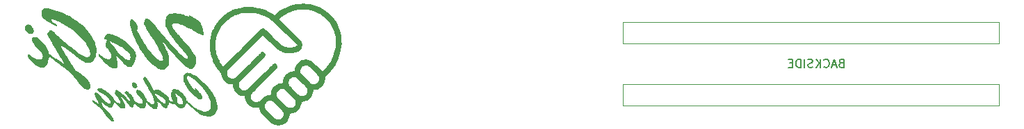
<source format=gbr>
%TF.GenerationSoftware,KiCad,Pcbnew,(6.0.6)*%
%TF.CreationDate,2022-07-11T13:14:15+02:00*%
%TF.ProjectId,ESP32_DevKit_C_v4-AZDelivery_Breadboard_Adapter,45535033-325f-4446-9576-4b69745f435f,2*%
%TF.SameCoordinates,Original*%
%TF.FileFunction,Legend,Bot*%
%TF.FilePolarity,Positive*%
%FSLAX46Y46*%
G04 Gerber Fmt 4.6, Leading zero omitted, Abs format (unit mm)*
G04 Created by KiCad (PCBNEW (6.0.6)) date 2022-07-11 13:14:15*
%MOMM*%
%LPD*%
G01*
G04 APERTURE LIST*
%ADD10C,0.150000*%
%ADD11C,0.120000*%
G04 APERTURE END LIST*
D10*
X217543809Y-103888571D02*
X217400952Y-103936190D01*
X217353333Y-103983809D01*
X217305714Y-104079047D01*
X217305714Y-104221904D01*
X217353333Y-104317142D01*
X217400952Y-104364761D01*
X217496190Y-104412380D01*
X217877142Y-104412380D01*
X217877142Y-103412380D01*
X217543809Y-103412380D01*
X217448571Y-103460000D01*
X217400952Y-103507619D01*
X217353333Y-103602857D01*
X217353333Y-103698095D01*
X217400952Y-103793333D01*
X217448571Y-103840952D01*
X217543809Y-103888571D01*
X217877142Y-103888571D01*
X216924761Y-104126666D02*
X216448571Y-104126666D01*
X217020000Y-104412380D02*
X216686666Y-103412380D01*
X216353333Y-104412380D01*
X215448571Y-104317142D02*
X215496190Y-104364761D01*
X215639047Y-104412380D01*
X215734285Y-104412380D01*
X215877142Y-104364761D01*
X215972380Y-104269523D01*
X216020000Y-104174285D01*
X216067619Y-103983809D01*
X216067619Y-103840952D01*
X216020000Y-103650476D01*
X215972380Y-103555238D01*
X215877142Y-103460000D01*
X215734285Y-103412380D01*
X215639047Y-103412380D01*
X215496190Y-103460000D01*
X215448571Y-103507619D01*
X215020000Y-104412380D02*
X215020000Y-103412380D01*
X214448571Y-104412380D02*
X214877142Y-103840952D01*
X214448571Y-103412380D02*
X215020000Y-103983809D01*
X214067619Y-104364761D02*
X213924761Y-104412380D01*
X213686666Y-104412380D01*
X213591428Y-104364761D01*
X213543809Y-104317142D01*
X213496190Y-104221904D01*
X213496190Y-104126666D01*
X213543809Y-104031428D01*
X213591428Y-103983809D01*
X213686666Y-103936190D01*
X213877142Y-103888571D01*
X213972380Y-103840952D01*
X214020000Y-103793333D01*
X214067619Y-103698095D01*
X214067619Y-103602857D01*
X214020000Y-103507619D01*
X213972380Y-103460000D01*
X213877142Y-103412380D01*
X213639047Y-103412380D01*
X213496190Y-103460000D01*
X213067619Y-104412380D02*
X213067619Y-103412380D01*
X212591428Y-104412380D02*
X212591428Y-103412380D01*
X212353333Y-103412380D01*
X212210476Y-103460000D01*
X212115238Y-103555238D01*
X212067619Y-103650476D01*
X212020000Y-103840952D01*
X212020000Y-103983809D01*
X212067619Y-104174285D01*
X212115238Y-104269523D01*
X212210476Y-104364761D01*
X212353333Y-104412380D01*
X212591428Y-104412380D01*
X211591428Y-103888571D02*
X211258095Y-103888571D01*
X211115238Y-104412380D02*
X211591428Y-104412380D01*
X211591428Y-103412380D01*
X211115238Y-103412380D01*
%TO.C,G\u002A\u002A\u002A*%
G36*
X120803510Y-97145914D02*
G01*
X121007240Y-97175554D01*
X121241100Y-97225189D01*
X121498595Y-97292858D01*
X121774280Y-97376706D01*
X122062709Y-97474879D01*
X122358436Y-97585523D01*
X122656016Y-97706785D01*
X122950002Y-97836809D01*
X123234950Y-97973742D01*
X123525075Y-98124585D01*
X123998925Y-98396864D01*
X124436370Y-98683512D01*
X124838965Y-98985821D01*
X125208268Y-99305082D01*
X125545836Y-99642587D01*
X125853226Y-99999629D01*
X126131995Y-100377500D01*
X126181987Y-100453943D01*
X126268523Y-100597590D01*
X126358813Y-100759033D01*
X126447513Y-100927977D01*
X126529280Y-101094124D01*
X126598769Y-101247177D01*
X126650636Y-101376840D01*
X126704677Y-101541598D01*
X126772771Y-101813585D01*
X126817184Y-102087776D01*
X126837083Y-102355988D01*
X126831633Y-102610036D01*
X126799998Y-102841735D01*
X126787539Y-102899696D01*
X126747101Y-103055333D01*
X126699027Y-103188206D01*
X126637825Y-103311893D01*
X126558005Y-103439970D01*
X126515800Y-103499257D01*
X126380833Y-103651238D01*
X126233389Y-103765442D01*
X126074787Y-103841356D01*
X125906345Y-103878466D01*
X125729383Y-103876258D01*
X125545219Y-103834221D01*
X125436425Y-103792419D01*
X125250615Y-103699398D01*
X125044871Y-103572615D01*
X124820090Y-103412640D01*
X124577168Y-103220041D01*
X124539876Y-103189753D01*
X124462060Y-103128232D01*
X124360516Y-103049217D01*
X124240523Y-102956771D01*
X124107364Y-102854958D01*
X123966318Y-102747840D01*
X123822667Y-102639483D01*
X123769462Y-102599414D01*
X123605286Y-102474932D01*
X123432787Y-102343054D01*
X123260175Y-102210117D01*
X123095664Y-102082463D01*
X122947465Y-101966430D01*
X122823791Y-101868359D01*
X122720186Y-101785447D01*
X122615422Y-101701625D01*
X122524398Y-101628813D01*
X122451636Y-101570630D01*
X122401659Y-101530691D01*
X122378988Y-101512614D01*
X122372030Y-101513097D01*
X122380325Y-101542729D01*
X122405644Y-101601249D01*
X122446086Y-101685120D01*
X122499750Y-101790803D01*
X122564734Y-101914762D01*
X122639136Y-102053457D01*
X122721055Y-102203353D01*
X122808589Y-102360910D01*
X122899837Y-102522591D01*
X122992898Y-102684859D01*
X123085869Y-102844175D01*
X123176849Y-102997002D01*
X123265130Y-103142626D01*
X123384133Y-103336138D01*
X123505771Y-103531104D01*
X123627870Y-103724228D01*
X123748259Y-103912217D01*
X123864765Y-104091775D01*
X123975216Y-104259607D01*
X124077441Y-104412419D01*
X124169267Y-104546916D01*
X124248521Y-104659804D01*
X124313033Y-104747787D01*
X124360629Y-104807570D01*
X124389138Y-104835859D01*
X124445529Y-104871500D01*
X124585186Y-104961659D01*
X124728815Y-105056675D01*
X124868687Y-105151286D01*
X124997074Y-105240230D01*
X125106247Y-105318247D01*
X125188478Y-105380073D01*
X125232425Y-105415121D01*
X125418120Y-105575437D01*
X125589674Y-105743146D01*
X125742655Y-105913059D01*
X125872631Y-106079984D01*
X125975170Y-106238731D01*
X126045839Y-106384110D01*
X126051563Y-106399249D01*
X126075945Y-106481929D01*
X126089211Y-106572851D01*
X126093895Y-106688053D01*
X126094089Y-106749619D01*
X126091472Y-106821093D01*
X126083140Y-106871541D01*
X126066663Y-106913035D01*
X126039611Y-106957644D01*
X126023139Y-106980216D01*
X125966184Y-107040351D01*
X125907107Y-107084148D01*
X125906147Y-107084668D01*
X125811159Y-107115253D01*
X125695609Y-107119800D01*
X125569615Y-107098978D01*
X125443293Y-107053458D01*
X125436135Y-107049988D01*
X125352844Y-106997127D01*
X125248866Y-106912269D01*
X125125839Y-106797239D01*
X124985405Y-106653862D01*
X124829201Y-106483964D01*
X124658867Y-106289370D01*
X124476042Y-106071904D01*
X124282366Y-105833393D01*
X124079478Y-105575661D01*
X123869016Y-105300534D01*
X123818191Y-105233984D01*
X123727489Y-105119689D01*
X123649349Y-105027296D01*
X123587185Y-104960768D01*
X123544417Y-104924069D01*
X123497604Y-104893764D01*
X123321622Y-104775630D01*
X123121255Y-104635629D01*
X122901445Y-104477499D01*
X122667139Y-104304979D01*
X122423279Y-104121806D01*
X122174811Y-103931720D01*
X121926679Y-103738458D01*
X121683828Y-103545759D01*
X121451201Y-103357361D01*
X121233743Y-103177003D01*
X121080853Y-103048442D01*
X121064941Y-103175611D01*
X121025612Y-103421346D01*
X120967784Y-103661125D01*
X120894978Y-103873023D01*
X120808384Y-104054146D01*
X120709190Y-104201594D01*
X120598583Y-104312472D01*
X120597853Y-104313048D01*
X120505056Y-104377225D01*
X120414297Y-104417300D01*
X120311829Y-104437580D01*
X120183903Y-104442373D01*
X120091979Y-104437655D01*
X119999519Y-104421838D01*
X119906038Y-104391538D01*
X119801101Y-104343302D01*
X119674272Y-104273675D01*
X119522779Y-104176176D01*
X119339125Y-104035515D01*
X119147095Y-103867037D01*
X118951708Y-103675434D01*
X118757980Y-103465399D01*
X118570929Y-103241625D01*
X118441334Y-103078543D01*
X118441150Y-102889980D01*
X118441489Y-102844487D01*
X118443959Y-102770984D01*
X118448307Y-102720304D01*
X118453925Y-102701417D01*
X118472445Y-102712365D01*
X118516361Y-102744204D01*
X118578693Y-102791897D01*
X118652681Y-102850376D01*
X118679175Y-102871552D01*
X118892132Y-103036203D01*
X119081886Y-103171656D01*
X119251522Y-103279396D01*
X119404123Y-103360911D01*
X119542772Y-103417688D01*
X119670554Y-103451212D01*
X119790553Y-103462969D01*
X119905851Y-103454448D01*
X119912879Y-103453299D01*
X120010649Y-103428505D01*
X120094206Y-103385429D01*
X120180627Y-103315431D01*
X120196709Y-103300005D01*
X120258011Y-103221218D01*
X120291166Y-103130574D01*
X120301118Y-103015774D01*
X120301026Y-103003427D01*
X120295716Y-102929481D01*
X120280392Y-102858101D01*
X120252481Y-102785599D01*
X120209409Y-102708285D01*
X120148604Y-102622470D01*
X120067493Y-102524467D01*
X119963503Y-102410587D01*
X119834060Y-102277140D01*
X119676592Y-102120437D01*
X119655962Y-102100014D01*
X119479226Y-101911592D01*
X119330096Y-101723637D01*
X119199163Y-101523233D01*
X119077015Y-101297463D01*
X119048818Y-101239877D01*
X119014105Y-101161975D01*
X118993730Y-101100440D01*
X118984076Y-101043178D01*
X118981528Y-100978091D01*
X118981815Y-100942591D01*
X118987089Y-100878306D01*
X119001900Y-100834705D01*
X119030039Y-100797684D01*
X119108703Y-100740255D01*
X119213592Y-100710456D01*
X119346308Y-100708574D01*
X119388503Y-100713127D01*
X119560996Y-100755621D01*
X119736362Y-100836905D01*
X119914933Y-100957262D01*
X120097039Y-101116972D01*
X120283009Y-101316319D01*
X120473175Y-101555582D01*
X120667866Y-101835044D01*
X120771666Y-101998458D01*
X120858590Y-102150043D01*
X120925420Y-102287007D01*
X120976005Y-102417282D01*
X121014194Y-102548803D01*
X121057281Y-102723332D01*
X121262727Y-102871213D01*
X121366641Y-102945937D01*
X121515376Y-103052496D01*
X121643402Y-103143563D01*
X121758304Y-103224468D01*
X121867667Y-103300537D01*
X121979076Y-103377101D01*
X122100115Y-103459487D01*
X122199123Y-103526015D01*
X122337162Y-103616995D01*
X122474686Y-103705840D01*
X122605070Y-103788369D01*
X122721691Y-103860400D01*
X122817924Y-103917752D01*
X122887145Y-103956246D01*
X122954232Y-103990937D01*
X122915515Y-103932252D01*
X122906105Y-103917885D01*
X122853935Y-103836115D01*
X122784532Y-103724885D01*
X122700674Y-103588805D01*
X122605134Y-103432486D01*
X122500691Y-103260542D01*
X122390118Y-103077583D01*
X122276192Y-102888220D01*
X122161690Y-102697065D01*
X122049386Y-102508730D01*
X121942056Y-102327826D01*
X121842477Y-102158964D01*
X121753424Y-102006757D01*
X121677673Y-101875815D01*
X121540832Y-101636764D01*
X121399662Y-101388274D01*
X121277494Y-101170721D01*
X121173236Y-100981956D01*
X121085798Y-100819827D01*
X121014089Y-100682185D01*
X120957017Y-100566877D01*
X120913493Y-100471754D01*
X120882424Y-100394666D01*
X120862721Y-100333460D01*
X120853292Y-100285988D01*
X120853047Y-100250098D01*
X120858321Y-100219940D01*
X120901851Y-100107318D01*
X120977040Y-100006459D01*
X121076685Y-99927745D01*
X121120139Y-99903345D01*
X121176151Y-99879863D01*
X121232586Y-99871765D01*
X121309376Y-99874487D01*
X121358508Y-99879773D01*
X121457643Y-99905149D01*
X121550193Y-99953255D01*
X121644083Y-100028838D01*
X121747241Y-100136643D01*
X121800854Y-100197271D01*
X121891042Y-100297474D01*
X121977993Y-100391112D01*
X122065198Y-100481412D01*
X122156146Y-100571597D01*
X122254326Y-100664893D01*
X122363229Y-100764525D01*
X122486344Y-100873719D01*
X122627161Y-100995698D01*
X122789171Y-101133689D01*
X122975862Y-101290915D01*
X123190725Y-101470603D01*
X123251239Y-101521045D01*
X123570964Y-101785670D01*
X123862787Y-102023569D01*
X124128308Y-102235684D01*
X124369125Y-102422955D01*
X124586838Y-102586327D01*
X124783044Y-102726741D01*
X124959343Y-102845139D01*
X125117334Y-102942463D01*
X125258614Y-103019655D01*
X125384784Y-103077658D01*
X125497441Y-103117414D01*
X125598185Y-103139864D01*
X125688614Y-103145952D01*
X125770327Y-103136619D01*
X125844922Y-103112808D01*
X125913999Y-103075460D01*
X125933987Y-103059078D01*
X125978258Y-103009253D01*
X126020011Y-102948244D01*
X126045752Y-102900496D01*
X126064069Y-102848497D01*
X126071848Y-102787382D01*
X126072431Y-102701417D01*
X126071983Y-102686339D01*
X126051561Y-102531855D01*
X126003098Y-102354389D01*
X125928474Y-102157997D01*
X125829569Y-101946732D01*
X125708263Y-101724651D01*
X125566438Y-101495808D01*
X125405973Y-101264258D01*
X125344646Y-101181995D01*
X125065867Y-100842746D01*
X124752266Y-100510520D01*
X124408556Y-100188691D01*
X124039453Y-99880631D01*
X123649671Y-99589711D01*
X123243925Y-99319304D01*
X122826929Y-99072783D01*
X122403398Y-98853518D01*
X121978047Y-98664884D01*
X121555590Y-98510250D01*
X121549426Y-98508250D01*
X121457831Y-98479825D01*
X121381273Y-98458393D01*
X121327604Y-98446006D01*
X121304676Y-98444715D01*
X121301178Y-98462240D01*
X121314483Y-98508596D01*
X121345069Y-98572828D01*
X121388717Y-98646402D01*
X121441207Y-98720785D01*
X121468497Y-98753126D01*
X121535420Y-98821817D01*
X121616716Y-98896501D01*
X121700459Y-98965901D01*
X121793276Y-99039351D01*
X121913705Y-99140167D01*
X122000085Y-99220777D01*
X122052126Y-99280900D01*
X122069537Y-99320258D01*
X122066649Y-99340893D01*
X122053212Y-99353114D01*
X122023975Y-99352075D01*
X121973731Y-99336614D01*
X121897271Y-99305570D01*
X121789391Y-99257783D01*
X121650351Y-99192596D01*
X121447415Y-99089956D01*
X121241391Y-98978005D01*
X121040501Y-98861550D01*
X120852965Y-98745400D01*
X120687004Y-98634365D01*
X120550837Y-98533252D01*
X120545645Y-98529100D01*
X120392168Y-98393391D01*
X120276574Y-98260907D01*
X120196792Y-98127192D01*
X120150751Y-97987789D01*
X120136382Y-97838243D01*
X120151612Y-97674098D01*
X120159210Y-97633433D01*
X120207941Y-97468897D01*
X120279991Y-97337790D01*
X120375465Y-97240025D01*
X120494471Y-97175515D01*
X120637117Y-97144174D01*
X120803510Y-97145914D01*
G37*
G36*
X137727111Y-108939999D02*
G01*
X137671045Y-109054321D01*
X137605528Y-109161003D01*
X137538016Y-109245615D01*
X137465287Y-109314020D01*
X137371006Y-109375676D01*
X137268259Y-109408606D01*
X137144417Y-109418351D01*
X137104219Y-109417384D01*
X137002603Y-109403835D01*
X136906492Y-109371390D01*
X136808786Y-109316340D01*
X136702384Y-109234976D01*
X136580185Y-109123587D01*
X136394431Y-108944602D01*
X136253417Y-108931496D01*
X136181702Y-108923283D01*
X136096624Y-108905670D01*
X136021212Y-108876282D01*
X135942443Y-108829629D01*
X135847298Y-108760220D01*
X135712137Y-108656511D01*
X135690189Y-108749054D01*
X135677394Y-108803001D01*
X135644138Y-108919353D01*
X135593040Y-109051119D01*
X135532566Y-109171747D01*
X135466428Y-109275520D01*
X135398339Y-109356722D01*
X135332012Y-109409635D01*
X135271159Y-109428543D01*
X135269779Y-109428510D01*
X135228505Y-109415536D01*
X135168781Y-109383625D01*
X135103040Y-109339372D01*
X135079779Y-109320930D01*
X135014134Y-109263447D01*
X134929107Y-109184221D01*
X134830254Y-109088784D01*
X134723128Y-108982672D01*
X134613285Y-108871421D01*
X134506280Y-108760563D01*
X134407668Y-108655635D01*
X134323004Y-108562171D01*
X134290680Y-108525802D01*
X134250461Y-108482809D01*
X134229494Y-108466303D01*
X134223168Y-108473350D01*
X134226870Y-108501015D01*
X134251431Y-108648768D01*
X134270843Y-108823470D01*
X134279937Y-108991749D01*
X134278554Y-109145392D01*
X134266536Y-109276187D01*
X134243725Y-109375922D01*
X134220585Y-109431711D01*
X134167852Y-109503659D01*
X134095213Y-109543370D01*
X133996172Y-109555559D01*
X133972507Y-109555059D01*
X133885050Y-109543258D01*
X133797636Y-109513526D01*
X133705441Y-109462866D01*
X133603644Y-109388283D01*
X133487424Y-109286783D01*
X133351959Y-109155368D01*
X133277627Y-109079661D01*
X133190768Y-108988622D01*
X133114159Y-108905598D01*
X133054090Y-108837430D01*
X133016850Y-108790958D01*
X132947554Y-108693581D01*
X132911413Y-108872095D01*
X132887635Y-108971425D01*
X132839588Y-109114563D01*
X132780991Y-109238958D01*
X132715508Y-109337268D01*
X132646804Y-109402152D01*
X132615632Y-109420439D01*
X132502011Y-109458704D01*
X132375226Y-109465658D01*
X132246331Y-109440251D01*
X132187745Y-109416552D01*
X132070221Y-109350435D01*
X131939575Y-109257251D01*
X131801528Y-109141599D01*
X131661802Y-109008077D01*
X131526116Y-108861285D01*
X131432214Y-108753032D01*
X131407283Y-108881839D01*
X131393926Y-108940980D01*
X131359650Y-109051617D01*
X131317259Y-109153088D01*
X131271388Y-109234996D01*
X131226674Y-109286945D01*
X131219615Y-109292379D01*
X131179600Y-109317004D01*
X131140597Y-109326453D01*
X131099113Y-109318127D01*
X131051657Y-109289427D01*
X130994739Y-109237755D01*
X130924868Y-109160511D01*
X130838552Y-109055096D01*
X130732300Y-108918913D01*
X130718113Y-108900597D01*
X130616607Y-108774571D01*
X130504105Y-108642209D01*
X130385776Y-108508995D01*
X130266787Y-108380417D01*
X130152307Y-108261961D01*
X130047503Y-108159112D01*
X129957542Y-108077358D01*
X129887594Y-108022182D01*
X129787126Y-107953058D01*
X129839772Y-108043570D01*
X129915595Y-108174569D01*
X130020102Y-108358232D01*
X130105635Y-108513540D01*
X130173958Y-108644231D01*
X130226832Y-108754040D01*
X130266023Y-108846703D01*
X130293293Y-108925956D01*
X130310405Y-108995534D01*
X130319122Y-109059173D01*
X130319920Y-109069465D01*
X130318162Y-109210416D01*
X130290889Y-109322000D01*
X130238801Y-109403092D01*
X130162600Y-109452571D01*
X130062987Y-109469314D01*
X130018529Y-109466250D01*
X129940348Y-109446964D01*
X129853549Y-109408203D01*
X129755277Y-109347943D01*
X129642674Y-109264163D01*
X129512887Y-109154841D01*
X129363058Y-109017955D01*
X129190333Y-108851483D01*
X129003023Y-108667398D01*
X128990200Y-108726904D01*
X128954091Y-108862424D01*
X128889301Y-109026525D01*
X128808752Y-109165626D01*
X128716192Y-109272263D01*
X128714614Y-109273686D01*
X128657043Y-109319516D01*
X128606951Y-109341242D01*
X128546886Y-109346519D01*
X128502265Y-109343621D01*
X128391903Y-109316886D01*
X128267848Y-109261283D01*
X128128434Y-109175722D01*
X127971995Y-109059115D01*
X127796867Y-108910373D01*
X127601384Y-108728407D01*
X127308823Y-108446167D01*
X127411653Y-108677444D01*
X127447546Y-108757368D01*
X127507985Y-108889710D01*
X127571029Y-109025689D01*
X127627712Y-109145865D01*
X127740940Y-109383009D01*
X128005398Y-109603393D01*
X128048268Y-109639539D01*
X128153973Y-109731664D01*
X128258088Y-109826058D01*
X128350531Y-109913477D01*
X128421219Y-109984675D01*
X128493870Y-110066709D01*
X128586115Y-110181964D01*
X128677108Y-110306026D01*
X128760148Y-110429301D01*
X128828531Y-110542191D01*
X128875554Y-110635102D01*
X128889343Y-110669049D01*
X128924425Y-110779637D01*
X128942825Y-110881606D01*
X128944232Y-110967957D01*
X128928332Y-111031690D01*
X128894811Y-111065807D01*
X128888102Y-111068213D01*
X128817667Y-111070084D01*
X128727966Y-111037767D01*
X128620348Y-110972067D01*
X128496158Y-110873791D01*
X128356745Y-110743746D01*
X128254452Y-110637774D01*
X128105446Y-110466665D01*
X127956237Y-110274246D01*
X127802451Y-110054777D01*
X127639716Y-109802516D01*
X127630958Y-109788430D01*
X127589752Y-109721410D01*
X127555426Y-109665643D01*
X127524800Y-109618010D01*
X127494693Y-109575395D01*
X127461927Y-109534681D01*
X127423320Y-109492751D01*
X127375695Y-109446488D01*
X127315870Y-109392775D01*
X127240666Y-109328495D01*
X127146904Y-109250530D01*
X127031403Y-109155765D01*
X126890984Y-109041081D01*
X126722467Y-108903362D01*
X126391207Y-108632265D01*
X126391207Y-108520056D01*
X126391020Y-108503638D01*
X126390156Y-108468535D01*
X126391810Y-108443645D01*
X126399840Y-108430620D01*
X126418102Y-108431108D01*
X126450454Y-108446761D01*
X126500754Y-108479227D01*
X126572859Y-108530157D01*
X126670627Y-108601200D01*
X126797915Y-108694006D01*
X126822898Y-108712145D01*
X126921998Y-108783484D01*
X127008196Y-108844580D01*
X127076504Y-108891960D01*
X127121930Y-108922151D01*
X127139486Y-108931682D01*
X127135755Y-108918811D01*
X127117216Y-108874444D01*
X127085809Y-108804345D01*
X127044275Y-108714606D01*
X126995354Y-108611317D01*
X126990400Y-108600956D01*
X126879780Y-108363751D01*
X126790302Y-108159166D01*
X126721360Y-107985422D01*
X126672349Y-107840742D01*
X126642665Y-107723346D01*
X126631702Y-107631457D01*
X126638856Y-107563295D01*
X126639133Y-107562315D01*
X126674416Y-107493218D01*
X126728975Y-107457519D01*
X126799560Y-107454664D01*
X126882923Y-107484099D01*
X126975813Y-107545271D01*
X127074981Y-107637625D01*
X127112182Y-107678479D01*
X127175630Y-107750540D01*
X127253110Y-107840245D01*
X127338102Y-107940034D01*
X127424083Y-108042348D01*
X127528529Y-108163242D01*
X127669199Y-108314706D01*
X127812167Y-108457329D01*
X127950992Y-108584988D01*
X128079231Y-108691557D01*
X128190442Y-108770913D01*
X128248985Y-108805049D01*
X128352006Y-108846929D01*
X128436058Y-108853867D01*
X128500435Y-108825881D01*
X128544432Y-108762985D01*
X128557037Y-108724584D01*
X128562304Y-108640540D01*
X128539134Y-108543280D01*
X128486362Y-108426037D01*
X128410764Y-108302847D01*
X128276418Y-108138354D01*
X128107603Y-107977435D01*
X127907909Y-107823082D01*
X127680928Y-107678288D01*
X127430250Y-107546044D01*
X127319486Y-107489931D01*
X127171228Y-107400333D01*
X127063452Y-107313203D01*
X126996035Y-107228410D01*
X126968852Y-107145821D01*
X126981780Y-107065302D01*
X126985791Y-107056441D01*
X127034746Y-107000520D01*
X127111744Y-106969312D01*
X127213003Y-106962680D01*
X127334740Y-106980483D01*
X127473171Y-107022585D01*
X127624513Y-107088846D01*
X127744694Y-107151246D01*
X128004626Y-107303277D01*
X128241455Y-107466101D01*
X128452297Y-107637033D01*
X128634262Y-107813387D01*
X128784466Y-107992478D01*
X128900021Y-108171619D01*
X128978041Y-108348126D01*
X128978573Y-108349686D01*
X129000163Y-108390904D01*
X129040648Y-108438258D01*
X129105197Y-108496996D01*
X129198981Y-108572364D01*
X129316455Y-108659443D01*
X129431457Y-108735856D01*
X129530362Y-108791971D01*
X129608642Y-108825237D01*
X129661770Y-108833102D01*
X129698646Y-108813532D01*
X129733150Y-108772295D01*
X129743844Y-108747065D01*
X129749127Y-108669696D01*
X129724058Y-108570373D01*
X129668305Y-108448438D01*
X129581536Y-108303232D01*
X129463419Y-108134097D01*
X129313620Y-107940373D01*
X129312971Y-107939565D01*
X129230697Y-107836685D01*
X129170691Y-107759540D01*
X129129452Y-107702329D01*
X129103481Y-107659251D01*
X129089278Y-107624505D01*
X129083341Y-107592291D01*
X129082171Y-107556807D01*
X129082397Y-107540899D01*
X129103934Y-107385466D01*
X129157671Y-107232035D01*
X129171610Y-107205442D01*
X129203261Y-107173826D01*
X129251218Y-107165783D01*
X129283275Y-107168384D01*
X129349161Y-107187114D01*
X129430027Y-107226071D01*
X129530803Y-107287797D01*
X129656418Y-107374838D01*
X129671499Y-107385759D01*
X129876737Y-107546031D01*
X130087160Y-107730012D01*
X130290118Y-107926116D01*
X130472964Y-108122757D01*
X130479027Y-108129697D01*
X130593818Y-108259600D01*
X130695738Y-108372119D01*
X130782133Y-108464474D01*
X130850348Y-108533884D01*
X130897730Y-108577569D01*
X130921623Y-108592749D01*
X130937990Y-108580581D01*
X130960032Y-108544367D01*
X130967033Y-108506528D01*
X130950452Y-108431666D01*
X130902344Y-108332509D01*
X130822595Y-108208889D01*
X130711091Y-108060634D01*
X130567720Y-107887575D01*
X130392370Y-107689540D01*
X130384903Y-107681247D01*
X130318488Y-107595623D01*
X130286931Y-107524839D01*
X130289239Y-107464832D01*
X130324419Y-107411542D01*
X130350473Y-107390078D01*
X130431274Y-107357314D01*
X130528286Y-107353393D01*
X130632930Y-107377922D01*
X130736628Y-107430505D01*
X130789807Y-107472575D01*
X130871143Y-107553607D01*
X130961680Y-107657790D01*
X131056101Y-107777724D01*
X131149092Y-107906010D01*
X131235338Y-108035248D01*
X131309522Y-108158038D01*
X131366331Y-108266979D01*
X131400448Y-108354673D01*
X131406106Y-108374409D01*
X131422915Y-108423625D01*
X131444501Y-108462806D01*
X131477918Y-108500446D01*
X131530224Y-108545040D01*
X131608475Y-108605081D01*
X131721898Y-108686738D01*
X131873484Y-108780263D01*
X132007287Y-108841330D01*
X132126134Y-108870853D01*
X132232853Y-108869750D01*
X132330271Y-108838936D01*
X132384109Y-108805914D01*
X132448726Y-108732925D01*
X132479255Y-108642251D01*
X132474562Y-108538422D01*
X132433515Y-108425967D01*
X132421970Y-108408316D01*
X132382645Y-108359463D01*
X132323405Y-108292292D01*
X132250005Y-108213250D01*
X132168201Y-108128784D01*
X132081633Y-108038106D01*
X131918927Y-107845495D01*
X131791532Y-107660018D01*
X131701256Y-107484170D01*
X131688820Y-107448559D01*
X131674106Y-107373101D01*
X131673019Y-107303430D01*
X131686583Y-107255472D01*
X131731062Y-107215542D01*
X131807042Y-107190410D01*
X131901799Y-107187325D01*
X132006957Y-107206434D01*
X132114145Y-107247887D01*
X132147411Y-107266129D01*
X132257907Y-107345814D01*
X132374763Y-107454644D01*
X132492695Y-107585517D01*
X132606418Y-107731333D01*
X132710647Y-107884990D01*
X132800098Y-108039387D01*
X132869485Y-108187424D01*
X132913525Y-108321999D01*
X132922637Y-108356906D01*
X132937935Y-108396566D01*
X132961898Y-108434421D01*
X133000151Y-108477494D01*
X133058316Y-108532809D01*
X133142019Y-108607392D01*
X133208580Y-108665064D01*
X133347057Y-108778167D01*
X133465230Y-108864381D01*
X133561084Y-108922298D01*
X133632607Y-108950510D01*
X133637674Y-108951550D01*
X133718678Y-108948962D01*
X133788422Y-108913492D01*
X133835164Y-108850912D01*
X133839879Y-108838430D01*
X133856333Y-108754293D01*
X133860300Y-108644062D01*
X133852349Y-108518192D01*
X133833053Y-108387135D01*
X133802981Y-108261343D01*
X133790031Y-108221261D01*
X133749008Y-108114070D01*
X133692772Y-107983463D01*
X133625142Y-107837350D01*
X133549943Y-107683638D01*
X133522539Y-107630391D01*
X133975184Y-107630391D01*
X134003546Y-107724632D01*
X134011418Y-107749434D01*
X134038002Y-107817016D01*
X134073496Y-107883561D01*
X134121193Y-107952828D01*
X134184390Y-108028580D01*
X134266383Y-108114577D01*
X134370468Y-108214582D01*
X134499939Y-108332355D01*
X134658093Y-108471657D01*
X134673466Y-108485042D01*
X134766361Y-108565317D01*
X134858277Y-108643860D01*
X134939337Y-108712270D01*
X134999664Y-108762147D01*
X135017743Y-108776528D01*
X135099195Y-108831866D01*
X135162295Y-108854789D01*
X135211360Y-108846058D01*
X135250701Y-108806433D01*
X135263841Y-108783790D01*
X135273753Y-108749054D01*
X135272087Y-108701974D01*
X135259518Y-108628989D01*
X135255329Y-108608326D01*
X135211622Y-108445547D01*
X135156260Y-108318926D01*
X135089945Y-108230115D01*
X135077430Y-108218797D01*
X135014517Y-108171313D01*
X134923954Y-108111427D01*
X134812630Y-108042956D01*
X134687438Y-107969713D01*
X134555266Y-107895516D01*
X134423007Y-107824178D01*
X134297551Y-107759515D01*
X134185789Y-107705343D01*
X134094611Y-107665477D01*
X134030908Y-107643732D01*
X133975184Y-107630391D01*
X133522539Y-107630391D01*
X133470995Y-107530237D01*
X133392121Y-107385055D01*
X133317142Y-107256001D01*
X133232324Y-107116051D01*
X133113765Y-106920147D01*
X133013462Y-106753947D01*
X132929577Y-106614329D01*
X132860272Y-106498169D01*
X132803706Y-106402345D01*
X132758042Y-106323734D01*
X132721441Y-106259213D01*
X132692064Y-106205658D01*
X132668071Y-106159948D01*
X132647625Y-106118959D01*
X132605864Y-106026087D01*
X132564524Y-105901249D01*
X132552205Y-105799337D01*
X132568335Y-105717459D01*
X132574432Y-105704082D01*
X132620355Y-105639789D01*
X132680148Y-105593501D01*
X132740999Y-105575734D01*
X132750017Y-105576947D01*
X132795808Y-105601409D01*
X132856477Y-105653012D01*
X132926448Y-105726061D01*
X133000144Y-105814861D01*
X133071989Y-105913720D01*
X133125739Y-105997579D01*
X133193930Y-106110949D01*
X133272298Y-106246239D01*
X133356789Y-106396166D01*
X133443348Y-106553449D01*
X133527921Y-106710806D01*
X133606455Y-106860956D01*
X133674894Y-106996615D01*
X133817454Y-107286116D01*
X133897082Y-107217957D01*
X133922233Y-107198335D01*
X133992348Y-107155689D01*
X134057890Y-107129193D01*
X134060268Y-107128604D01*
X134159418Y-107122087D01*
X134281984Y-107142558D01*
X134423217Y-107187720D01*
X134578368Y-107255270D01*
X134742692Y-107342910D01*
X134911438Y-107448339D01*
X135079860Y-107569258D01*
X135243208Y-107703366D01*
X135284932Y-107740711D01*
X135432664Y-107887948D01*
X135546402Y-108030394D01*
X135630190Y-108173684D01*
X135688071Y-108323455D01*
X135700693Y-108358494D01*
X135740411Y-108420434D01*
X135807557Y-108478803D01*
X135858158Y-108514471D01*
X135958457Y-108575610D01*
X136036346Y-108606734D01*
X136094490Y-108608685D01*
X136135557Y-108582304D01*
X136142984Y-108570858D01*
X136145973Y-108543362D01*
X136131871Y-108500788D01*
X136098260Y-108433490D01*
X136085217Y-108407783D01*
X136046834Y-108322942D01*
X136005935Y-108222429D01*
X135969418Y-108122868D01*
X135964808Y-108109333D01*
X135933201Y-108008473D01*
X135914363Y-107924091D01*
X135905093Y-107837469D01*
X135902189Y-107729891D01*
X135901227Y-107578239D01*
X136387016Y-107578239D01*
X136505743Y-107815390D01*
X136535370Y-107875595D01*
X136600204Y-108019635D01*
X136644566Y-108143599D01*
X136670898Y-108256988D01*
X136681645Y-108369305D01*
X136679249Y-108490052D01*
X136677488Y-108517010D01*
X136671540Y-108599283D01*
X136665930Y-108665532D01*
X136661674Y-108703419D01*
X136663954Y-108721709D01*
X136686291Y-108751700D01*
X136735240Y-108791416D01*
X136815628Y-108845307D01*
X136848112Y-108865861D01*
X136921690Y-108909064D01*
X136979778Y-108935005D01*
X137035261Y-108948629D01*
X137101021Y-108954885D01*
X137171337Y-108954247D01*
X137267008Y-108933344D01*
X137334988Y-108889573D01*
X137371028Y-108824978D01*
X137373186Y-108792882D01*
X137367312Y-108724287D01*
X137353549Y-108635408D01*
X137334054Y-108536895D01*
X137310984Y-108439398D01*
X137286493Y-108353565D01*
X137262738Y-108290048D01*
X137258323Y-108281013D01*
X137202589Y-108198715D01*
X137114489Y-108103251D01*
X136998157Y-107998132D01*
X136857724Y-107886870D01*
X136697326Y-107772976D01*
X136521094Y-107659963D01*
X136387016Y-107578239D01*
X135901227Y-107578239D01*
X135900918Y-107529553D01*
X135967491Y-107469979D01*
X135984708Y-107455439D01*
X136031906Y-107423248D01*
X136066020Y-107410405D01*
X136081025Y-107408333D01*
X136090526Y-107395116D01*
X136077719Y-107369308D01*
X136055662Y-107325271D01*
X136037931Y-107265892D01*
X136049296Y-107200525D01*
X136092490Y-107145419D01*
X136162799Y-107103233D01*
X136255508Y-107076626D01*
X136365902Y-107068254D01*
X136489269Y-107080777D01*
X136509813Y-107084989D01*
X136633679Y-107122536D01*
X136771959Y-107181088D01*
X136911884Y-107254701D01*
X137040681Y-107337431D01*
X137046358Y-107341522D01*
X137188497Y-107457260D01*
X137327262Y-107593896D01*
X137457428Y-107744388D01*
X137573769Y-107901693D01*
X137671059Y-108058768D01*
X137744072Y-108208569D01*
X137787583Y-108344055D01*
X137788025Y-108346098D01*
X137800980Y-108392089D01*
X137821629Y-108434395D01*
X137855616Y-108480764D01*
X137908585Y-108538946D01*
X137986182Y-108616689D01*
X138094129Y-108720566D01*
X138333186Y-108936647D01*
X138573092Y-109135290D01*
X138808260Y-109312194D01*
X139033105Y-109463057D01*
X139242039Y-109583578D01*
X139284877Y-109605545D01*
X139521256Y-109711874D01*
X139741016Y-109785130D01*
X139942908Y-109825768D01*
X140125682Y-109834240D01*
X140288087Y-109811001D01*
X140428875Y-109756505D01*
X140546794Y-109671204D01*
X140640594Y-109555553D01*
X140709025Y-109410004D01*
X140750838Y-109235013D01*
X140764781Y-109031031D01*
X140763630Y-108971826D01*
X140747662Y-108798148D01*
X140711478Y-108619827D01*
X140653234Y-108430520D01*
X140571086Y-108223883D01*
X140463190Y-107993574D01*
X140378221Y-107832023D01*
X140220079Y-107565892D01*
X140037878Y-107293401D01*
X139836375Y-107020130D01*
X139620327Y-106751661D01*
X139394492Y-106493576D01*
X139163627Y-106251456D01*
X138932489Y-106030884D01*
X138705837Y-105837439D01*
X138488426Y-105676705D01*
X138350740Y-105589402D01*
X138212140Y-105516839D01*
X138097665Y-105476293D01*
X138006846Y-105467660D01*
X137939213Y-105490837D01*
X137894297Y-105545720D01*
X137879568Y-105588202D01*
X137873465Y-105691204D01*
X137897426Y-105817658D01*
X137950708Y-105965688D01*
X138032574Y-106133419D01*
X138142281Y-106318977D01*
X138279091Y-106520485D01*
X138298622Y-106547441D01*
X138387974Y-106665826D01*
X138479066Y-106779399D01*
X138568580Y-106884715D01*
X138653196Y-106978334D01*
X138729595Y-107056814D01*
X138794457Y-107116711D01*
X138844464Y-107154585D01*
X138876295Y-107166993D01*
X138886632Y-107150494D01*
X138878226Y-107126204D01*
X138856776Y-107084242D01*
X138841773Y-107052602D01*
X138828568Y-106999012D01*
X138832158Y-106957939D01*
X138852875Y-106941545D01*
X138865103Y-106946304D01*
X138905217Y-106974026D01*
X138964160Y-107021597D01*
X139035614Y-107083366D01*
X139113261Y-107153685D01*
X139190783Y-107226904D01*
X139261865Y-107297373D01*
X139320186Y-107359442D01*
X139333701Y-107374819D01*
X139394099Y-107446280D01*
X139463074Y-107530998D01*
X139528206Y-107613784D01*
X139559757Y-107655568D01*
X139657043Y-107799501D01*
X139720813Y-107924399D01*
X139751540Y-108032863D01*
X139749695Y-108127493D01*
X139715752Y-108210891D01*
X139650182Y-108285657D01*
X139631554Y-108301317D01*
X139559912Y-108346192D01*
X139486577Y-108363454D01*
X139405067Y-108352507D01*
X139308902Y-108312758D01*
X139191600Y-108243611D01*
X139113377Y-108190848D01*
X138905324Y-108031414D01*
X138691643Y-107842818D01*
X138478204Y-107631685D01*
X138270878Y-107404642D01*
X138075536Y-107168315D01*
X137898049Y-106929331D01*
X137744287Y-106694316D01*
X137620122Y-106469896D01*
X137580217Y-106387665D01*
X137513655Y-106237951D01*
X137466326Y-106107687D01*
X137435542Y-105987394D01*
X137418618Y-105867597D01*
X137412867Y-105738816D01*
X137413127Y-105688842D01*
X137425300Y-105534070D01*
X137457046Y-105406253D01*
X137511047Y-105297225D01*
X137589979Y-105198817D01*
X137675422Y-105129079D01*
X137781301Y-105083233D01*
X137906149Y-105066273D01*
X138053691Y-105077720D01*
X138227650Y-105117097D01*
X138330241Y-105149285D01*
X138576316Y-105250695D01*
X138833192Y-105388718D01*
X139098976Y-105562061D01*
X139371774Y-105769430D01*
X139649695Y-106009531D01*
X139930844Y-106281070D01*
X140207410Y-106574276D01*
X140491618Y-106904974D01*
X140746415Y-107234872D01*
X140970350Y-107561689D01*
X141161972Y-107883147D01*
X141319832Y-108196964D01*
X141442479Y-108500863D01*
X141528463Y-108792563D01*
X141542447Y-108857816D01*
X141570728Y-109073151D01*
X141574507Y-109291376D01*
X141554501Y-109503130D01*
X141511426Y-109699051D01*
X141445999Y-109869777D01*
X141345460Y-110036893D01*
X141217781Y-110178680D01*
X141065892Y-110288237D01*
X140889182Y-110365909D01*
X140687040Y-110412041D01*
X140458853Y-110426979D01*
X140413463Y-110426295D01*
X140192797Y-110406092D01*
X139970957Y-110357021D01*
X139745704Y-110277903D01*
X139514799Y-110167558D01*
X139276000Y-110024806D01*
X139027068Y-109848469D01*
X138765762Y-109637367D01*
X138489842Y-109390321D01*
X138395811Y-109301137D01*
X138282888Y-109191218D01*
X138173443Y-109082020D01*
X138076379Y-108982437D01*
X138000597Y-108901367D01*
X137983542Y-108882534D01*
X137916990Y-108810097D01*
X137861356Y-108751174D01*
X137822041Y-108711407D01*
X137804446Y-108696440D01*
X137800498Y-108699202D01*
X137788966Y-108729009D01*
X137777921Y-108781312D01*
X137775286Y-108792882D01*
X137766270Y-108832466D01*
X137727111Y-108939999D01*
G37*
G36*
X131600947Y-103392964D02*
G01*
X131544539Y-103575662D01*
X131504126Y-103681070D01*
X131428222Y-103843907D01*
X131342302Y-103993649D01*
X131249878Y-104125936D01*
X131154462Y-104236411D01*
X131059568Y-104320717D01*
X130968708Y-104374496D01*
X130885394Y-104393391D01*
X130877228Y-104393163D01*
X130796950Y-104375176D01*
X130696726Y-104331109D01*
X130583085Y-104264725D01*
X130462554Y-104179785D01*
X130341661Y-104080051D01*
X130328476Y-104068062D01*
X130267997Y-104009964D01*
X130185778Y-103927806D01*
X130086242Y-103826248D01*
X129973814Y-103709952D01*
X129852918Y-103583577D01*
X129727979Y-103451784D01*
X129603421Y-103319236D01*
X129483668Y-103190591D01*
X129373144Y-103070512D01*
X129276274Y-102963658D01*
X129197481Y-102874691D01*
X129195841Y-102872810D01*
X129176014Y-102851540D01*
X129165634Y-102846287D01*
X129165556Y-102861525D01*
X129176632Y-102901730D01*
X129199715Y-102971378D01*
X129235659Y-103074944D01*
X129279831Y-103207401D01*
X129349444Y-103452747D01*
X129397167Y-103678977D01*
X129423017Y-103883898D01*
X129427010Y-104065316D01*
X129409164Y-104221038D01*
X129369495Y-104348871D01*
X129308019Y-104446620D01*
X129224754Y-104512093D01*
X129123470Y-104545484D01*
X128994331Y-104547836D01*
X128846952Y-104514291D01*
X128681590Y-104445014D01*
X128498503Y-104340171D01*
X128297948Y-104199928D01*
X128080181Y-104024450D01*
X127845460Y-103813903D01*
X127594041Y-103568453D01*
X127326183Y-103288265D01*
X127104690Y-103049512D01*
X127104690Y-102885657D01*
X127104810Y-102861936D01*
X127106824Y-102790500D01*
X127110810Y-102740581D01*
X127116095Y-102721802D01*
X127128897Y-102729419D01*
X127167679Y-102758559D01*
X127225180Y-102804435D01*
X127294466Y-102861612D01*
X127446237Y-102984437D01*
X127623688Y-103114671D01*
X127792064Y-103221591D01*
X127959532Y-103310712D01*
X128029387Y-103343798D01*
X128104521Y-103375676D01*
X128164879Y-103394129D01*
X128222730Y-103402644D01*
X128290347Y-103404707D01*
X128388630Y-103396514D01*
X128488238Y-103361390D01*
X128560315Y-103297131D01*
X128606488Y-103202147D01*
X128628385Y-103074850D01*
X128629768Y-103054826D01*
X128633330Y-102978265D01*
X128631728Y-102909852D01*
X128622842Y-102845040D01*
X128604550Y-102779283D01*
X128574733Y-102708034D01*
X128531270Y-102626744D01*
X128472040Y-102530867D01*
X128394923Y-102415857D01*
X128297798Y-102277165D01*
X128178545Y-102110245D01*
X128152469Y-102073792D01*
X128062203Y-101943724D01*
X127995709Y-101836867D01*
X127951644Y-101746287D01*
X127928667Y-101665050D01*
X127925438Y-101586221D01*
X127940614Y-101502865D01*
X127972855Y-101408048D01*
X128020818Y-101294836D01*
X128046440Y-101236186D01*
X128058035Y-101208514D01*
X128462964Y-101208514D01*
X128481325Y-101239718D01*
X128522236Y-101297422D01*
X128564550Y-101355768D01*
X128802713Y-101679301D01*
X129022654Y-101969208D01*
X129225795Y-102227171D01*
X129413553Y-102454874D01*
X129587346Y-102653999D01*
X129748595Y-102826230D01*
X129898718Y-102973250D01*
X130039134Y-103096740D01*
X130074052Y-103125276D01*
X130205680Y-103228046D01*
X130334114Y-103321344D01*
X130452655Y-103400635D01*
X130554604Y-103461382D01*
X130633261Y-103499048D01*
X130674175Y-103513882D01*
X130744294Y-103532651D01*
X130795779Y-103532785D01*
X130840284Y-103515193D01*
X130857207Y-103502907D01*
X130902295Y-103443166D01*
X130937484Y-103356573D01*
X130960296Y-103253147D01*
X130968252Y-103142906D01*
X130958872Y-103035869D01*
X130939322Y-102952879D01*
X130883765Y-102808559D01*
X130799952Y-102666608D01*
X130685982Y-102525048D01*
X130539958Y-102381902D01*
X130359980Y-102235192D01*
X130144151Y-102082942D01*
X129890571Y-101923172D01*
X129857285Y-101903560D01*
X129769155Y-101853732D01*
X129658737Y-101793270D01*
X129531321Y-101724897D01*
X129392196Y-101651337D01*
X129246652Y-101575316D01*
X129099977Y-101499556D01*
X128957462Y-101426783D01*
X128824395Y-101359720D01*
X128706066Y-101301092D01*
X128607765Y-101253624D01*
X128534781Y-101220038D01*
X128492404Y-101203061D01*
X128486170Y-101201194D01*
X128465222Y-101197707D01*
X128462964Y-101208514D01*
X128058035Y-101208514D01*
X128078381Y-101159958D01*
X128100907Y-101102261D01*
X128110282Y-101072385D01*
X128104220Y-101058007D01*
X128067058Y-101029513D01*
X128002513Y-100998345D01*
X127976817Y-100987555D01*
X127880329Y-100936516D01*
X127821685Y-100880500D01*
X127798513Y-100813733D01*
X127808444Y-100730444D01*
X127849105Y-100624861D01*
X127878931Y-100564916D01*
X127957157Y-100443875D01*
X128043754Y-100360201D01*
X128141483Y-100311645D01*
X128253107Y-100295959D01*
X128290487Y-100297018D01*
X128432046Y-100314559D01*
X128601014Y-100352536D01*
X128792284Y-100409480D01*
X129000749Y-100483921D01*
X129221301Y-100574392D01*
X129599354Y-100757187D01*
X129994556Y-100988930D01*
X130381073Y-101258750D01*
X130760018Y-101567428D01*
X131132501Y-101915744D01*
X131264822Y-102050902D01*
X131379300Y-102177670D01*
X131468185Y-102291294D01*
X131534804Y-102398042D01*
X131582486Y-102504185D01*
X131614557Y-102615992D01*
X131634345Y-102739733D01*
X131645178Y-102881678D01*
X131647921Y-103049330D01*
X131640734Y-103142906D01*
X131634548Y-103223448D01*
X131600947Y-103392964D01*
G37*
G36*
X136562358Y-97793466D02*
G01*
X136717494Y-97804280D01*
X136850335Y-97821250D01*
X136937507Y-97838238D01*
X137076622Y-97870536D01*
X137235613Y-97911729D01*
X137404103Y-97958890D01*
X137571712Y-98009089D01*
X137728061Y-98059398D01*
X137862772Y-98106890D01*
X137915976Y-98126098D01*
X137990296Y-98150234D01*
X138044914Y-98164555D01*
X138070730Y-98166453D01*
X138071674Y-98165798D01*
X138088471Y-98137703D01*
X138103352Y-98089024D01*
X138103955Y-98086233D01*
X138116450Y-98036565D01*
X138126944Y-98007012D01*
X138128229Y-98005937D01*
X138154881Y-98011221D01*
X138210341Y-98034568D01*
X138289555Y-98073124D01*
X138387467Y-98124034D01*
X138499019Y-98184445D01*
X138619157Y-98251504D01*
X138742825Y-98322356D01*
X138864965Y-98394147D01*
X138980522Y-98464025D01*
X139084440Y-98529134D01*
X139171663Y-98586622D01*
X139237135Y-98633635D01*
X139356632Y-98735202D01*
X139477636Y-98865999D01*
X139562539Y-98996149D01*
X139567692Y-99006962D01*
X139592715Y-99071784D01*
X139623919Y-99166850D01*
X139659503Y-99285233D01*
X139697667Y-99420007D01*
X139736612Y-99564245D01*
X139774538Y-99711022D01*
X139809645Y-99853411D01*
X139840133Y-99984484D01*
X139864203Y-100097317D01*
X139880054Y-100184983D01*
X139885888Y-100240555D01*
X139883044Y-100281686D01*
X139860799Y-100359209D01*
X139821743Y-100419602D01*
X139772198Y-100451150D01*
X139755327Y-100453018D01*
X139721125Y-100448477D01*
X139673464Y-100434036D01*
X139609623Y-100408367D01*
X139526882Y-100370138D01*
X139422521Y-100318022D01*
X139293819Y-100250689D01*
X139138055Y-100166809D01*
X138952511Y-100065054D01*
X138734465Y-99944095D01*
X138603641Y-99871674D01*
X138353478Y-99735644D01*
X138111036Y-99606945D01*
X137880843Y-99487868D01*
X137667428Y-99380707D01*
X137475319Y-99287755D01*
X137309047Y-99211304D01*
X137173140Y-99153647D01*
X137162343Y-99149369D01*
X136958139Y-99077424D01*
X136768491Y-99027255D01*
X136595719Y-98998222D01*
X136442145Y-98989684D01*
X136310089Y-99001000D01*
X136201871Y-99031530D01*
X136119812Y-99080634D01*
X136066233Y-99147670D01*
X136043454Y-99231999D01*
X136053796Y-99332980D01*
X136099579Y-99449972D01*
X136102714Y-99456009D01*
X136177270Y-99582143D01*
X136282252Y-99733964D01*
X136417115Y-99910723D01*
X136581311Y-100111669D01*
X136617672Y-100154829D01*
X136667288Y-100213194D01*
X136719957Y-100274439D01*
X136778109Y-100341299D01*
X136844177Y-100416507D01*
X136920591Y-100502798D01*
X137009782Y-100602906D01*
X137114182Y-100719566D01*
X137236221Y-100855511D01*
X137378331Y-101013477D01*
X137542943Y-101196197D01*
X137732488Y-101406407D01*
X137758650Y-101435616D01*
X137850364Y-101540633D01*
X137942649Y-101649747D01*
X138026048Y-101751652D01*
X138091100Y-101835044D01*
X138099076Y-101845701D01*
X138190477Y-101969402D01*
X138287778Y-102103610D01*
X138387649Y-102243500D01*
X138486759Y-102384248D01*
X138581780Y-102521030D01*
X138669382Y-102649023D01*
X138746236Y-102763402D01*
X138809012Y-102859343D01*
X138854380Y-102932023D01*
X138879012Y-102976617D01*
X138897414Y-103020512D01*
X138946898Y-103188146D01*
X138976677Y-103377014D01*
X138986590Y-103575871D01*
X138976475Y-103773473D01*
X138946168Y-103958573D01*
X138895507Y-104119927D01*
X138831793Y-104248550D01*
X138745564Y-104375307D01*
X138648903Y-104477949D01*
X138547033Y-104551035D01*
X138445172Y-104589127D01*
X138443500Y-104589437D01*
X138336566Y-104593776D01*
X138217057Y-104569317D01*
X138083681Y-104515235D01*
X137935147Y-104430706D01*
X137770162Y-104314906D01*
X137587434Y-104167011D01*
X137385672Y-103986198D01*
X137163584Y-103771641D01*
X136978234Y-103584023D01*
X136769465Y-103365768D01*
X136550274Y-103129517D01*
X136318424Y-102872759D01*
X136071675Y-102592982D01*
X135807790Y-102287675D01*
X135524531Y-101954325D01*
X135219658Y-101590421D01*
X135203105Y-101570547D01*
X135106651Y-101454940D01*
X135018188Y-101349243D01*
X134941329Y-101257746D01*
X134879684Y-101184740D01*
X134836864Y-101134518D01*
X134816482Y-101111368D01*
X134814630Y-101112713D01*
X134825685Y-101141531D01*
X134852007Y-101199096D01*
X134891425Y-101280849D01*
X134941771Y-101382232D01*
X135000874Y-101498688D01*
X135065225Y-101625406D01*
X135227211Y-101956483D01*
X135365539Y-102258633D01*
X135479942Y-102531199D01*
X135570154Y-102773524D01*
X135635908Y-102984951D01*
X135676936Y-103164822D01*
X135681369Y-103192401D01*
X135694971Y-103315596D01*
X135703145Y-103457565D01*
X135705841Y-103606478D01*
X135703006Y-103750507D01*
X135694588Y-103877823D01*
X135680533Y-103976596D01*
X135667098Y-104028861D01*
X135635804Y-104118163D01*
X135600660Y-104192150D01*
X135553434Y-104264892D01*
X135446466Y-104395427D01*
X135321761Y-104514400D01*
X135189375Y-104612721D01*
X135059367Y-104681303D01*
X134971632Y-104706619D01*
X134831615Y-104715697D01*
X134682842Y-104693516D01*
X134534656Y-104640795D01*
X134429326Y-104588344D01*
X134185477Y-104444847D01*
X133934603Y-104268785D01*
X133681267Y-104064213D01*
X133430034Y-103835185D01*
X133185466Y-103585752D01*
X132952127Y-103319971D01*
X132734582Y-103041893D01*
X132586132Y-102833072D01*
X132358067Y-102485298D01*
X132135066Y-102113718D01*
X131920230Y-101724777D01*
X131716661Y-101324919D01*
X131527458Y-100920589D01*
X131355723Y-100518231D01*
X131204555Y-100124290D01*
X131077055Y-99745210D01*
X130976325Y-99387435D01*
X130960434Y-99322645D01*
X130925925Y-99165673D01*
X130905522Y-99037047D01*
X130899083Y-98929535D01*
X130906468Y-98835902D01*
X130927534Y-98748915D01*
X130962142Y-98661343D01*
X130992621Y-98599756D01*
X131048280Y-98516195D01*
X131105211Y-98472059D01*
X131166388Y-98466557D01*
X131234786Y-98498904D01*
X131313383Y-98568311D01*
X131324198Y-98579722D01*
X131394450Y-98660837D01*
X131477847Y-98766145D01*
X131567738Y-98886545D01*
X131657468Y-99012938D01*
X131740384Y-99136225D01*
X131809833Y-99247305D01*
X131829995Y-99282024D01*
X131869183Y-99360406D01*
X131889023Y-99429450D01*
X131890307Y-99500847D01*
X131873830Y-99586288D01*
X131840385Y-99697463D01*
X131785550Y-99865841D01*
X131894637Y-100075804D01*
X131940770Y-100164233D01*
X132182081Y-100614229D01*
X132415261Y-101027146D01*
X132641656Y-101405103D01*
X132862615Y-101750218D01*
X133079483Y-102064607D01*
X133293609Y-102350390D01*
X133506339Y-102609683D01*
X133546192Y-102655089D01*
X133647137Y-102764767D01*
X133761653Y-102883517D01*
X133882965Y-103004746D01*
X134004297Y-103121863D01*
X134118877Y-103228276D01*
X134219928Y-103317392D01*
X134300677Y-103382620D01*
X134339533Y-103410143D01*
X134418611Y-103460644D01*
X134507376Y-103512441D01*
X134597033Y-103560861D01*
X134678790Y-103601233D01*
X134743852Y-103628882D01*
X134783426Y-103639137D01*
X134790311Y-103637893D01*
X134826816Y-103618503D01*
X134872400Y-103583078D01*
X134885537Y-103570428D01*
X134927064Y-103508790D01*
X134946567Y-103430669D01*
X134943690Y-103332743D01*
X134918071Y-103211691D01*
X134869354Y-103064191D01*
X134797179Y-102886921D01*
X134747864Y-102775629D01*
X134638311Y-102541651D01*
X134515731Y-102296779D01*
X134378410Y-102037971D01*
X134224631Y-101762186D01*
X134052681Y-101466384D01*
X133860843Y-101147523D01*
X133647404Y-100802563D01*
X133410648Y-100428463D01*
X133322705Y-100290355D01*
X133145875Y-100009215D01*
X132992220Y-99759695D01*
X132861178Y-99540865D01*
X132752192Y-99351799D01*
X132664702Y-99191569D01*
X132664273Y-99190755D01*
X132621559Y-99107843D01*
X132595725Y-99050237D01*
X132583908Y-99007668D01*
X132583250Y-98969866D01*
X132590890Y-98926561D01*
X132593351Y-98916133D01*
X132620070Y-98833676D01*
X132661234Y-98733257D01*
X132710273Y-98628983D01*
X132760616Y-98534961D01*
X132805695Y-98465300D01*
X132857621Y-98407764D01*
X132914245Y-98376920D01*
X132979165Y-98379354D01*
X133062477Y-98413011D01*
X133073608Y-98418733D01*
X133225279Y-98510617D01*
X133388741Y-98632635D01*
X133557750Y-98779049D01*
X133726059Y-98944120D01*
X133887425Y-99122108D01*
X134035603Y-99307275D01*
X134074565Y-99359347D01*
X134262306Y-99606861D01*
X134449028Y-99846977D01*
X134638109Y-100083658D01*
X134832926Y-100320865D01*
X135036858Y-100562563D01*
X135253282Y-100812713D01*
X135485577Y-101075278D01*
X135737120Y-101354221D01*
X136011289Y-101653504D01*
X136311461Y-101977090D01*
X136334715Y-102002015D01*
X136561140Y-102243185D01*
X136763085Y-102455079D01*
X136942357Y-102639284D01*
X137100763Y-102797384D01*
X137240111Y-102930968D01*
X137362208Y-103041619D01*
X137468863Y-103130924D01*
X137561882Y-103200470D01*
X137643074Y-103251842D01*
X137714246Y-103286626D01*
X137777205Y-103306408D01*
X137833759Y-103312774D01*
X137884654Y-103309070D01*
X137933011Y-103292080D01*
X137961123Y-103260144D01*
X137968231Y-103211978D01*
X137953578Y-103146297D01*
X137916405Y-103061818D01*
X137855955Y-102957256D01*
X137771468Y-102831327D01*
X137662188Y-102682748D01*
X137527355Y-102510234D01*
X137366211Y-102312501D01*
X137177999Y-102088265D01*
X136961961Y-101836242D01*
X136889670Y-101752281D01*
X136814055Y-101663741D01*
X136749727Y-101587657D01*
X136701842Y-101530134D01*
X136675556Y-101497272D01*
X136670436Y-101490409D01*
X136637735Y-101446817D01*
X136587850Y-101380510D01*
X136526604Y-101299220D01*
X136459815Y-101210680D01*
X136400435Y-101131342D01*
X136281865Y-100969831D01*
X136154617Y-100793166D01*
X136024256Y-100609278D01*
X135896341Y-100426100D01*
X135776438Y-100251565D01*
X135670106Y-100093604D01*
X135582909Y-99960149D01*
X135477764Y-99788516D01*
X135388839Y-99622620D01*
X135323368Y-99468909D01*
X135278765Y-99318522D01*
X135252448Y-99162594D01*
X135241832Y-98992262D01*
X135244334Y-98798664D01*
X135260006Y-98578165D01*
X135290265Y-98388989D01*
X135337113Y-98232234D01*
X135402721Y-98104642D01*
X135489260Y-98002958D01*
X135598900Y-97923924D01*
X135733812Y-97864284D01*
X135896167Y-97820782D01*
X135947211Y-97811883D01*
X136077354Y-97798017D01*
X136230871Y-97790329D01*
X136396345Y-97788814D01*
X136562358Y-97793466D01*
G37*
G36*
X118609244Y-99153010D02*
G01*
X118648327Y-99166147D01*
X118761216Y-99227077D01*
X118870003Y-99316513D01*
X118970236Y-99427462D01*
X119057459Y-99552934D01*
X119127219Y-99685937D01*
X119175061Y-99819478D01*
X119196532Y-99946568D01*
X119187178Y-100060214D01*
X119186874Y-100061397D01*
X119157497Y-100121832D01*
X119105323Y-100188772D01*
X119042594Y-100248660D01*
X118981553Y-100287936D01*
X118920465Y-100306268D01*
X118815393Y-100315259D01*
X118706363Y-100304385D01*
X118611646Y-100274318D01*
X118610629Y-100273823D01*
X118530045Y-100220836D01*
X118441156Y-100140202D01*
X118352374Y-100041279D01*
X118272107Y-99933424D01*
X118208765Y-99825997D01*
X118173480Y-99751516D01*
X118149236Y-99683800D01*
X118137957Y-99618016D01*
X118135187Y-99536646D01*
X118137756Y-99460601D01*
X118150690Y-99382907D01*
X118177044Y-99319893D01*
X118193277Y-99293804D01*
X118272666Y-99211446D01*
X118373787Y-99158469D01*
X118488644Y-99137962D01*
X118609244Y-99153010D01*
G37*
G36*
X154670708Y-106066072D02*
G01*
X154629898Y-106241698D01*
X154562396Y-106405996D01*
X154465135Y-106569512D01*
X154459791Y-106577322D01*
X154319778Y-106749615D01*
X154156075Y-106897978D01*
X153974484Y-107019113D01*
X153780807Y-107109722D01*
X153580847Y-107166507D01*
X153380405Y-107186168D01*
X153263765Y-107186168D01*
X153260080Y-107230409D01*
X153249494Y-107357492D01*
X153249245Y-107360446D01*
X153209508Y-107594551D01*
X153132787Y-107814196D01*
X153021312Y-108016040D01*
X152877307Y-108196740D01*
X152703002Y-108352954D01*
X152500622Y-108481339D01*
X152365539Y-108541353D01*
X152215138Y-108589763D01*
X152065977Y-108621882D01*
X151933664Y-108633519D01*
X151817635Y-108633519D01*
X151812133Y-108704868D01*
X151805372Y-108792537D01*
X151802965Y-108820107D01*
X151761839Y-109046445D01*
X151685289Y-109262219D01*
X151576382Y-109461682D01*
X151438187Y-109639084D01*
X151273772Y-109788676D01*
X151203040Y-109838796D01*
X151028177Y-109938544D01*
X150843278Y-110014623D01*
X150658619Y-110063231D01*
X150484477Y-110080570D01*
X150370283Y-110080871D01*
X150364561Y-110152219D01*
X150357612Y-110238856D01*
X150354043Y-110277524D01*
X150309981Y-110515239D01*
X150230143Y-110734162D01*
X150115740Y-110932508D01*
X149967988Y-111108492D01*
X149788100Y-111260331D01*
X149577289Y-111386240D01*
X149558770Y-111395248D01*
X149461982Y-111437484D01*
X149363382Y-111474106D01*
X149281703Y-111498030D01*
X149167744Y-111515858D01*
X149010363Y-111523060D01*
X148845270Y-111515526D01*
X148687997Y-111494078D01*
X148554072Y-111459537D01*
X148482834Y-111433552D01*
X148416949Y-111406022D01*
X148354006Y-111374522D01*
X148290516Y-111336248D01*
X148222988Y-111288400D01*
X148147934Y-111228174D01*
X148061864Y-111152770D01*
X147961288Y-111059383D01*
X147842718Y-110945213D01*
X147702663Y-110807458D01*
X147537634Y-110643314D01*
X147492905Y-110598617D01*
X147319341Y-110423610D01*
X147170366Y-110270702D01*
X147047039Y-110141019D01*
X146950420Y-110035688D01*
X146881567Y-109955836D01*
X146841541Y-109902591D01*
X146827309Y-109879448D01*
X146768388Y-109767125D01*
X146714089Y-109639993D01*
X146670750Y-109514061D01*
X146644708Y-109405340D01*
X146632750Y-109331174D01*
X146546609Y-109351235D01*
X146540184Y-109352674D01*
X146441532Y-109365935D01*
X146319289Y-109370705D01*
X146188456Y-109367333D01*
X146064036Y-109356171D01*
X145961030Y-109337567D01*
X145930740Y-109329491D01*
X145711060Y-109247602D01*
X145569791Y-109165834D01*
X147336076Y-109165834D01*
X147355387Y-109323240D01*
X147413559Y-109479507D01*
X147434562Y-109509409D01*
X147483112Y-109566929D01*
X147555530Y-109647202D01*
X147649015Y-109747235D01*
X147760765Y-109864033D01*
X147887979Y-109994603D01*
X148027853Y-110135949D01*
X148065213Y-110173401D01*
X148211865Y-110319698D01*
X148333732Y-110439803D01*
X148433642Y-110536315D01*
X148514423Y-110611832D01*
X148578905Y-110668951D01*
X148629917Y-110710272D01*
X148670287Y-110738391D01*
X148702844Y-110755909D01*
X148716967Y-110761951D01*
X148870602Y-110804521D01*
X149028823Y-110810006D01*
X149184009Y-110779804D01*
X149328540Y-110715314D01*
X149454798Y-110617935D01*
X149491337Y-110579081D01*
X149575502Y-110454984D01*
X149624575Y-110314286D01*
X149640455Y-110152219D01*
X149640116Y-110104585D01*
X149637420Y-110046165D01*
X149629947Y-109992839D01*
X149615284Y-109941221D01*
X149591015Y-109887930D01*
X149554728Y-109829581D01*
X149504006Y-109762793D01*
X149436437Y-109684181D01*
X149349606Y-109590364D01*
X149241098Y-109477957D01*
X149108499Y-109343578D01*
X148949396Y-109183843D01*
X148859522Y-109093837D01*
X148716962Y-108951808D01*
X148597762Y-108834956D01*
X148498499Y-108740825D01*
X148415750Y-108666962D01*
X148346091Y-108610911D01*
X148286099Y-108570218D01*
X148232350Y-108542429D01*
X148181421Y-108525088D01*
X148129889Y-108515740D01*
X148074331Y-108511932D01*
X148011322Y-108511208D01*
X147940848Y-108513693D01*
X147796712Y-108539663D01*
X147669427Y-108597089D01*
X147548710Y-108689947D01*
X147502800Y-108736508D01*
X147410634Y-108867495D01*
X147354776Y-109012262D01*
X147336076Y-109165834D01*
X145569791Y-109165834D01*
X145508579Y-109130404D01*
X145329200Y-108981226D01*
X145292133Y-108943325D01*
X145143446Y-108758333D01*
X145030975Y-108555576D01*
X144953979Y-108333471D01*
X144911715Y-108090436D01*
X144897306Y-107944866D01*
X144741167Y-107930402D01*
X144707305Y-107926874D01*
X144472992Y-107879980D01*
X144253388Y-107796091D01*
X144051952Y-107676823D01*
X143872139Y-107523793D01*
X143737117Y-107368926D01*
X143616100Y-107179968D01*
X143533581Y-106982315D01*
X143525584Y-106954971D01*
X143505646Y-106873159D01*
X143487472Y-106781591D01*
X143472568Y-106690158D01*
X143462439Y-106608750D01*
X143458591Y-106547259D01*
X143462529Y-106515574D01*
X143462167Y-106512826D01*
X143437393Y-106503167D01*
X143383528Y-106493376D01*
X143309387Y-106485201D01*
X143257174Y-106479885D01*
X143026564Y-106432821D01*
X142808841Y-106349864D01*
X142609441Y-106233493D01*
X142433798Y-106086184D01*
X142404119Y-106055625D01*
X142260863Y-105877756D01*
X142149208Y-105683397D01*
X142072193Y-105478734D01*
X142032857Y-105269956D01*
X142030578Y-105247372D01*
X142017783Y-105171506D01*
X141995403Y-105115723D01*
X141967381Y-105077151D01*
X142742745Y-105077151D01*
X142744130Y-105198526D01*
X142761518Y-105303997D01*
X142793147Y-105386925D01*
X142868783Y-105508179D01*
X142970143Y-105615475D01*
X143088298Y-105698049D01*
X143120707Y-105715237D01*
X143182552Y-105744073D01*
X143237989Y-105760173D01*
X143302730Y-105767192D01*
X143392491Y-105768783D01*
X143458177Y-105767909D01*
X143538999Y-105761465D01*
X143603812Y-105746493D01*
X143667691Y-105720336D01*
X143684619Y-105710518D01*
X143714198Y-105688961D01*
X143754597Y-105655709D01*
X143807306Y-105609325D01*
X143873815Y-105548370D01*
X143955614Y-105471406D01*
X144054194Y-105376993D01*
X144171044Y-105263693D01*
X144307656Y-105130069D01*
X144465518Y-104974681D01*
X144646122Y-104796092D01*
X144850956Y-104592862D01*
X145081513Y-104363553D01*
X145339280Y-104106726D01*
X145366531Y-104079557D01*
X145612472Y-103834451D01*
X145831452Y-103616448D01*
X146025135Y-103423955D01*
X146195181Y-103255381D01*
X146343254Y-103109132D01*
X146471017Y-102983616D01*
X146580131Y-102877241D01*
X146672259Y-102788413D01*
X146749064Y-102715540D01*
X146812208Y-102657029D01*
X146863353Y-102611289D01*
X146904162Y-102576726D01*
X146936297Y-102551748D01*
X146961422Y-102534761D01*
X146981197Y-102524175D01*
X146997286Y-102518395D01*
X147088174Y-102505442D01*
X147200552Y-102521415D01*
X147299099Y-102572465D01*
X147376998Y-102656118D01*
X147423038Y-102751116D01*
X147441961Y-102863895D01*
X147424296Y-102972547D01*
X147423485Y-102974610D01*
X147410746Y-102995583D01*
X147384705Y-103028985D01*
X147344053Y-103076170D01*
X147287483Y-103138488D01*
X147213685Y-103217293D01*
X147121352Y-103313936D01*
X147009175Y-103429769D01*
X146875847Y-103566145D01*
X146720057Y-103724415D01*
X146540499Y-103905931D01*
X146335864Y-104112046D01*
X146104843Y-104344112D01*
X145846128Y-104603480D01*
X145772092Y-104677669D01*
X145489879Y-104960974D01*
X145236776Y-105215929D01*
X145012706Y-105442610D01*
X144817595Y-105641097D01*
X144651365Y-105811468D01*
X144513940Y-105953801D01*
X144405245Y-106068174D01*
X144325204Y-106154667D01*
X144273739Y-106213356D01*
X144250776Y-106244320D01*
X144197275Y-106387678D01*
X144178041Y-106541502D01*
X144194269Y-106693420D01*
X144243859Y-106837433D01*
X144324713Y-106967541D01*
X144434732Y-107077745D01*
X144571818Y-107162045D01*
X144583356Y-107167301D01*
X144661691Y-107196638D01*
X144740618Y-107211467D01*
X144839960Y-107215756D01*
X144849936Y-107215814D01*
X144889695Y-107216291D01*
X144925826Y-107215985D01*
X144960135Y-107213341D01*
X144994431Y-107206805D01*
X145030518Y-107194823D01*
X145070205Y-107175838D01*
X145115296Y-107148298D01*
X145167601Y-107110647D01*
X145228924Y-107061331D01*
X145301073Y-106998795D01*
X145385854Y-106921484D01*
X145485074Y-106827845D01*
X145600540Y-106716322D01*
X145734058Y-106585361D01*
X145887435Y-106433408D01*
X146062478Y-106258907D01*
X146260994Y-106060305D01*
X146484788Y-105836046D01*
X146735669Y-105584576D01*
X146916801Y-105403282D01*
X147119512Y-105200935D01*
X147313714Y-105007653D01*
X147497386Y-104825422D01*
X147668505Y-104656228D01*
X147825049Y-104502058D01*
X147964996Y-104364898D01*
X148086323Y-104246734D01*
X148187009Y-104149553D01*
X148265032Y-104075341D01*
X148318368Y-104026084D01*
X148344997Y-104003768D01*
X148450575Y-103955066D01*
X148557631Y-103941518D01*
X148658631Y-103960260D01*
X148747966Y-104007172D01*
X148820027Y-104078135D01*
X148869205Y-104169028D01*
X148889890Y-104275732D01*
X148876473Y-104394127D01*
X148875370Y-104398032D01*
X148868827Y-104414949D01*
X148857618Y-104435377D01*
X148840132Y-104461004D01*
X148814756Y-104493515D01*
X148779877Y-104534596D01*
X148733883Y-104585934D01*
X148675161Y-104649216D01*
X148602098Y-104726126D01*
X148513083Y-104818352D01*
X148406503Y-104927579D01*
X148280744Y-105055494D01*
X148134195Y-105203783D01*
X147965243Y-105374132D01*
X147772275Y-105568228D01*
X147553679Y-105787756D01*
X147307843Y-106034402D01*
X147100119Y-106242922D01*
X146898256Y-106445908D01*
X146705901Y-106639679D01*
X146524986Y-106822274D01*
X146357442Y-106991730D01*
X146205201Y-107146087D01*
X146070196Y-107283383D01*
X145954358Y-107401656D01*
X145859620Y-107498944D01*
X145787912Y-107573286D01*
X145741168Y-107622721D01*
X145721320Y-107645286D01*
X145701739Y-107679837D01*
X145670933Y-107750139D01*
X145644564Y-107826989D01*
X145640328Y-107842336D01*
X145620866Y-107992936D01*
X145638026Y-108143119D01*
X145688612Y-108286075D01*
X145769430Y-108414996D01*
X145877283Y-108523072D01*
X146008977Y-108603495D01*
X146142308Y-108647831D01*
X146298384Y-108663838D01*
X146450004Y-108642419D01*
X146503622Y-108625291D01*
X146633811Y-108562445D01*
X146762437Y-108468012D01*
X146895300Y-108338027D01*
X146976133Y-108253326D01*
X147150824Y-108094673D01*
X147324288Y-107972661D01*
X147500868Y-107884932D01*
X147684904Y-107829130D01*
X147880736Y-107802897D01*
X148057505Y-107792252D01*
X148062114Y-107736924D01*
X148783496Y-107736924D01*
X148806459Y-107890384D01*
X148867130Y-108040945D01*
X148872730Y-108050139D01*
X148909761Y-108098381D01*
X148971090Y-108169017D01*
X149052696Y-108258045D01*
X149150557Y-108361459D01*
X149260650Y-108475258D01*
X149378953Y-108595439D01*
X149501446Y-108717997D01*
X149624105Y-108838930D01*
X149742909Y-108954235D01*
X149853835Y-109059909D01*
X149952863Y-109151947D01*
X150035970Y-109226348D01*
X150099134Y-109279108D01*
X150138333Y-109306223D01*
X150197588Y-109328190D01*
X150296769Y-109349115D01*
X150407422Y-109360663D01*
X150513428Y-109361317D01*
X150598670Y-109349560D01*
X150706858Y-109309177D01*
X150838837Y-109225400D01*
X150950621Y-109113398D01*
X151034079Y-108980068D01*
X151049077Y-108946459D01*
X151072303Y-108877349D01*
X151083903Y-108802630D01*
X151087248Y-108704868D01*
X151086969Y-108653562D01*
X151084077Y-108595488D01*
X151076114Y-108542115D01*
X151060682Y-108490114D01*
X151035382Y-108436155D01*
X150997814Y-108376909D01*
X150945580Y-108309046D01*
X150876280Y-108229236D01*
X150787516Y-108134150D01*
X150676887Y-108020457D01*
X150541995Y-107884830D01*
X150380441Y-107723937D01*
X150368705Y-107712272D01*
X150221861Y-107566580D01*
X150100443Y-107446869D01*
X150001370Y-107350392D01*
X149921561Y-107274403D01*
X149857934Y-107216157D01*
X149807409Y-107172906D01*
X149766904Y-107141906D01*
X149733338Y-107120409D01*
X149703629Y-107105669D01*
X149674697Y-107094941D01*
X149595899Y-107075627D01*
X149447782Y-107065365D01*
X149297551Y-107083160D01*
X149161511Y-107127962D01*
X149032320Y-107207033D01*
X148922655Y-107315620D01*
X148843415Y-107443895D01*
X148796422Y-107586212D01*
X148783496Y-107736924D01*
X148062114Y-107736924D01*
X148071732Y-107621454D01*
X148082280Y-107535523D01*
X148123863Y-107351381D01*
X148187557Y-107170090D01*
X148267509Y-107009935D01*
X148314780Y-106940443D01*
X148404551Y-106832433D01*
X148509914Y-106724692D01*
X148619076Y-106629013D01*
X148720244Y-106557189D01*
X148774464Y-106525938D01*
X148983964Y-106429066D01*
X149192138Y-106370213D01*
X149395733Y-106350373D01*
X149502078Y-106350373D01*
X149502150Y-106349519D01*
X150234438Y-106349519D01*
X150270507Y-106513455D01*
X150270693Y-106514003D01*
X150282112Y-106543960D01*
X150297370Y-106574433D01*
X150319251Y-106608562D01*
X150350540Y-106649482D01*
X150394023Y-106700332D01*
X150452485Y-106764249D01*
X150528711Y-106844370D01*
X150625486Y-106943833D01*
X150745596Y-107065774D01*
X150891825Y-107213331D01*
X151045461Y-107367352D01*
X151189053Y-107509353D01*
X151308262Y-107624751D01*
X151404883Y-107715222D01*
X151480710Y-107782443D01*
X151537538Y-107828094D01*
X151577162Y-107853849D01*
X151592601Y-107861613D01*
X151662896Y-107889488D01*
X151740564Y-107905307D01*
X151842170Y-107912751D01*
X151877962Y-107913674D01*
X152014194Y-107905855D01*
X152128255Y-107875492D01*
X152232227Y-107818116D01*
X152338194Y-107729256D01*
X152354496Y-107713320D01*
X152434091Y-107618486D01*
X152487794Y-107514560D01*
X152523887Y-107386244D01*
X152534512Y-107321006D01*
X152536885Y-107230409D01*
X152522523Y-107132464D01*
X152490137Y-107012893D01*
X152482242Y-106990505D01*
X152468415Y-106961548D01*
X152447578Y-106928468D01*
X152416990Y-106888190D01*
X152373910Y-106837640D01*
X152315596Y-106773744D01*
X152239307Y-106693427D01*
X152142302Y-106593616D01*
X152021840Y-106471235D01*
X151875179Y-106323210D01*
X151740895Y-106188076D01*
X151603223Y-106050503D01*
X151488006Y-105937508D01*
X151391866Y-105846669D01*
X151311427Y-105775566D01*
X151243316Y-105721777D01*
X151184154Y-105682882D01*
X151130567Y-105656461D01*
X151079179Y-105640091D01*
X151026614Y-105631353D01*
X150969496Y-105627826D01*
X150904449Y-105627089D01*
X150896942Y-105627079D01*
X150801827Y-105629048D01*
X150731830Y-105636778D01*
X150672370Y-105652880D01*
X150608863Y-105679960D01*
X150578490Y-105695286D01*
X150446566Y-105787307D01*
X150344157Y-105903771D01*
X150273304Y-106039647D01*
X150236051Y-106189906D01*
X150234438Y-106349519D01*
X149502150Y-106349519D01*
X149515019Y-106197284D01*
X149530995Y-106056404D01*
X149556117Y-105934289D01*
X149594829Y-105817407D01*
X149651945Y-105687853D01*
X149762772Y-105495577D01*
X149909095Y-105318239D01*
X150085531Y-105168125D01*
X150292892Y-105044419D01*
X150309204Y-105036463D01*
X150488964Y-104965335D01*
X150673508Y-104919750D01*
X150848390Y-104903376D01*
X150955412Y-104903022D01*
X150955412Y-104831673D01*
X151679756Y-104831673D01*
X151680033Y-104882945D01*
X151682923Y-104941034D01*
X151690882Y-104994415D01*
X151706309Y-105046417D01*
X151731604Y-105100372D01*
X151769167Y-105159607D01*
X151821399Y-105227454D01*
X151890697Y-105307243D01*
X151979463Y-105402301D01*
X152090096Y-105515961D01*
X152224996Y-105651551D01*
X152386563Y-105812400D01*
X152481035Y-105906169D01*
X152615224Y-106038746D01*
X152725595Y-106146673D01*
X152815159Y-106232657D01*
X152886927Y-106299403D01*
X152943909Y-106349616D01*
X152989117Y-106386002D01*
X153025562Y-106411265D01*
X153056254Y-106428111D01*
X153084204Y-106439246D01*
X153152824Y-106457867D01*
X153305609Y-106474038D01*
X153457854Y-106459385D01*
X153595755Y-106414573D01*
X153688272Y-106361725D01*
X153806891Y-106259137D01*
X153896689Y-106135089D01*
X153955441Y-105995505D01*
X153980922Y-105846309D01*
X153970907Y-105693426D01*
X153923172Y-105542778D01*
X153920681Y-105537414D01*
X153902462Y-105503045D01*
X153877704Y-105465142D01*
X153843575Y-105420589D01*
X153797243Y-105366272D01*
X153735875Y-105299074D01*
X153656639Y-105215882D01*
X153556702Y-105113580D01*
X153433231Y-104989053D01*
X153283395Y-104839186D01*
X153256078Y-104811939D01*
X153114008Y-104670508D01*
X152996905Y-104554702D01*
X152901577Y-104461686D01*
X152824835Y-104388625D01*
X152763489Y-104332683D01*
X152714348Y-104291025D01*
X152674223Y-104260816D01*
X152639923Y-104239222D01*
X152608258Y-104223406D01*
X152576038Y-104210533D01*
X152514754Y-104191292D01*
X152358599Y-104169730D01*
X152204421Y-104184465D01*
X152058490Y-104232933D01*
X151927076Y-104312573D01*
X151816450Y-104420821D01*
X151732882Y-104555116D01*
X151718709Y-104587180D01*
X151695035Y-104657639D01*
X151683181Y-104733253D01*
X151679756Y-104831673D01*
X150955412Y-104831673D01*
X150955412Y-104810429D01*
X150962527Y-104698343D01*
X150997514Y-104518876D01*
X151057842Y-104335460D01*
X151139191Y-104160417D01*
X151237245Y-104006072D01*
X151331782Y-103895802D01*
X151489829Y-103755529D01*
X151670001Y-103635807D01*
X151862173Y-103543094D01*
X152056215Y-103483847D01*
X152118739Y-103473010D01*
X152276510Y-103460517D01*
X152445157Y-103463765D01*
X152608239Y-103482025D01*
X152749312Y-103514569D01*
X152806176Y-103533429D01*
X152871770Y-103558576D01*
X152934567Y-103588057D01*
X152998047Y-103624631D01*
X153065685Y-103671056D01*
X153140960Y-103730088D01*
X153227349Y-103804485D01*
X153328330Y-103897004D01*
X153447381Y-104010403D01*
X153587979Y-104147439D01*
X153753602Y-104310870D01*
X154360379Y-104911734D01*
X154545294Y-104729007D01*
X154552719Y-104721656D01*
X154860441Y-104388994D01*
X155132112Y-104037403D01*
X155367544Y-103667249D01*
X155566551Y-103278898D01*
X155728943Y-102872715D01*
X155854533Y-102449067D01*
X155943133Y-102008319D01*
X155948973Y-101967220D01*
X155963445Y-101823086D01*
X155973556Y-101653689D01*
X155979308Y-101468429D01*
X155980704Y-101276706D01*
X155977747Y-101087920D01*
X155970438Y-100911473D01*
X155958780Y-100756763D01*
X155942776Y-100633191D01*
X155900922Y-100418675D01*
X155797582Y-100026979D01*
X155663432Y-99661225D01*
X155497646Y-99320002D01*
X155299400Y-99001903D01*
X155067868Y-98705519D01*
X154802224Y-98429439D01*
X154501645Y-98172257D01*
X154274363Y-98006905D01*
X154029679Y-97855241D01*
X153766204Y-97718546D01*
X153472988Y-97590632D01*
X153312614Y-97530590D01*
X152952032Y-97425645D01*
X152576765Y-97354699D01*
X152192379Y-97317901D01*
X151804442Y-97315402D01*
X151418520Y-97347351D01*
X151040182Y-97413900D01*
X150674994Y-97515197D01*
X150553689Y-97558435D01*
X150328928Y-97651884D01*
X150100192Y-97762379D01*
X149874775Y-97885590D01*
X149659970Y-98017189D01*
X149463068Y-98152848D01*
X149291363Y-98288239D01*
X149152147Y-98419034D01*
X149091820Y-98482621D01*
X150438316Y-99832669D01*
X150613772Y-100008648D01*
X150823017Y-100218758D01*
X151006443Y-100403320D01*
X151165803Y-100564174D01*
X151302848Y-100703157D01*
X151419330Y-100822108D01*
X151517001Y-100922866D01*
X151597615Y-101007270D01*
X151662921Y-101077157D01*
X151714674Y-101134368D01*
X151754624Y-101180740D01*
X151784524Y-101218112D01*
X151806126Y-101248322D01*
X151821182Y-101273210D01*
X151831444Y-101294614D01*
X151863864Y-101383693D01*
X151902443Y-101569177D01*
X151903019Y-101696373D01*
X151903266Y-101751058D01*
X151867954Y-101925004D01*
X151798125Y-102086681D01*
X151695399Y-102231756D01*
X151561397Y-102355898D01*
X151397737Y-102454772D01*
X151331154Y-102485141D01*
X151050831Y-102585930D01*
X150758431Y-102650627D01*
X150459223Y-102679282D01*
X150158475Y-102671947D01*
X149861455Y-102628672D01*
X149573431Y-102549508D01*
X149299672Y-102434507D01*
X149229369Y-102398619D01*
X149158390Y-102360286D01*
X149091086Y-102320643D01*
X149024520Y-102277171D01*
X148955753Y-102227354D01*
X148881848Y-102168671D01*
X148799866Y-102098604D01*
X148706869Y-102014636D01*
X148599918Y-101914248D01*
X148476075Y-101794921D01*
X148332402Y-101654138D01*
X148165961Y-101489379D01*
X147973812Y-101298127D01*
X147122470Y-100449440D01*
X144981865Y-102589593D01*
X144890234Y-102681219D01*
X144582909Y-102988773D01*
X144303447Y-103268861D01*
X144050950Y-103522399D01*
X143824521Y-103750306D01*
X143623259Y-103953499D01*
X143446268Y-104132896D01*
X143292648Y-104289413D01*
X143161502Y-104423968D01*
X143051930Y-104537480D01*
X142963035Y-104630864D01*
X142893917Y-104705039D01*
X142843679Y-104760921D01*
X142811422Y-104799430D01*
X142796248Y-104821481D01*
X142783290Y-104851946D01*
X142756190Y-104956187D01*
X142742745Y-105077151D01*
X141967381Y-105077151D01*
X141957334Y-105063321D01*
X141933173Y-105034965D01*
X141880388Y-104973024D01*
X141815975Y-104897445D01*
X141748857Y-104818698D01*
X141655034Y-104703078D01*
X141504563Y-104496654D01*
X141357383Y-104271091D01*
X141220422Y-104037796D01*
X141100606Y-103808173D01*
X141004861Y-103593627D01*
X140955474Y-103466430D01*
X140824908Y-103076369D01*
X140729728Y-102692511D01*
X140668560Y-102306910D01*
X140640030Y-101911618D01*
X140641610Y-101673155D01*
X141344831Y-101673155D01*
X141359534Y-102079322D01*
X141413856Y-102487865D01*
X141443174Y-102635397D01*
X141505206Y-102881977D01*
X141584069Y-103122310D01*
X141683790Y-103368060D01*
X141808396Y-103630892D01*
X141814472Y-103642807D01*
X141866159Y-103736726D01*
X141933339Y-103850021D01*
X142009019Y-103971653D01*
X142086206Y-104090582D01*
X142157908Y-104195770D01*
X142217132Y-104276176D01*
X142236037Y-104297536D01*
X142253165Y-104309404D01*
X142257755Y-104305129D01*
X142287582Y-104275781D01*
X142343791Y-104219912D01*
X142424838Y-104139070D01*
X142529177Y-104034805D01*
X142655263Y-103908664D01*
X142801551Y-103762196D01*
X142966495Y-103596949D01*
X143148550Y-103414471D01*
X143346171Y-103216311D01*
X143557813Y-103004017D01*
X143781930Y-102779136D01*
X144016976Y-102543219D01*
X144261408Y-102297812D01*
X144513678Y-102044464D01*
X144635569Y-101922065D01*
X144886388Y-101670380D01*
X145129620Y-101426549D01*
X145363636Y-101192193D01*
X145586811Y-100968932D01*
X145797517Y-100758386D01*
X145994128Y-100562176D01*
X146175016Y-100381923D01*
X146338554Y-100219247D01*
X146483117Y-100075768D01*
X146607076Y-99953107D01*
X146708806Y-99852885D01*
X146786678Y-99776721D01*
X146839067Y-99726237D01*
X146864345Y-99703052D01*
X146896590Y-99678356D01*
X147003259Y-99617063D01*
X147105710Y-99592773D01*
X147209625Y-99603852D01*
X147218033Y-99606429D01*
X147239378Y-99615935D01*
X147265843Y-99632215D01*
X147299577Y-99657279D01*
X147342730Y-99693138D01*
X147397451Y-99741803D01*
X147465889Y-99805286D01*
X147550193Y-99885598D01*
X147652514Y-99984749D01*
X147775000Y-100104750D01*
X147919802Y-100247614D01*
X148089067Y-100415350D01*
X148284946Y-100609970D01*
X148442427Y-100766182D01*
X148628394Y-100949546D01*
X148798887Y-101116390D01*
X148952034Y-101264920D01*
X149085960Y-101393343D01*
X149198795Y-101499865D01*
X149288664Y-101582693D01*
X149353697Y-101640034D01*
X149392019Y-101670095D01*
X149459372Y-101711509D01*
X149617246Y-101795028D01*
X149782254Y-101866938D01*
X149936150Y-101918896D01*
X149938899Y-101919642D01*
X150030404Y-101936852D01*
X150150022Y-101948999D01*
X150286344Y-101955945D01*
X150427960Y-101957553D01*
X150563462Y-101953685D01*
X150681440Y-101944203D01*
X150770484Y-101928969D01*
X150821922Y-101914619D01*
X150960979Y-101866962D01*
X151099388Y-101808821D01*
X151217280Y-101748235D01*
X151305873Y-101696373D01*
X149943203Y-100332054D01*
X149916023Y-100304847D01*
X149716179Y-100105170D01*
X149521400Y-99911170D01*
X149334051Y-99725172D01*
X149156501Y-99549500D01*
X148991116Y-99386478D01*
X148840265Y-99238430D01*
X148706315Y-99107681D01*
X148591633Y-98996555D01*
X148498587Y-98907375D01*
X148429545Y-98842467D01*
X148386873Y-98804155D01*
X148230196Y-98678652D01*
X147929763Y-98469134D01*
X147606718Y-98279065D01*
X147270167Y-98113173D01*
X146929216Y-97976185D01*
X146592972Y-97872829D01*
X146425904Y-97831342D01*
X146244156Y-97791100D01*
X146077526Y-97761317D01*
X145914868Y-97740632D01*
X145745038Y-97727681D01*
X145556890Y-97721102D01*
X145339280Y-97719531D01*
X145267009Y-97719733D01*
X145120954Y-97720798D01*
X145003915Y-97723166D01*
X144907626Y-97727437D01*
X144823821Y-97734207D01*
X144744233Y-97744073D01*
X144660595Y-97757631D01*
X144564642Y-97775480D01*
X144474334Y-97793679D01*
X144094957Y-97889888D01*
X143743379Y-98013504D01*
X143416150Y-98166308D01*
X143109818Y-98350082D01*
X142820931Y-98566608D01*
X142546038Y-98817668D01*
X142288525Y-99099917D01*
X142046803Y-99421651D01*
X141839473Y-99762711D01*
X141667280Y-100120676D01*
X141530973Y-100493124D01*
X141431298Y-100877634D01*
X141369001Y-101271785D01*
X141344831Y-101673155D01*
X140641610Y-101673155D01*
X140642766Y-101498688D01*
X140661337Y-101228679D01*
X140720916Y-100807611D01*
X140818125Y-100397297D01*
X140954002Y-99993671D01*
X141129587Y-99592669D01*
X141182514Y-99487585D01*
X141393202Y-99122338D01*
X141633658Y-98779075D01*
X141901205Y-98460531D01*
X142193166Y-98169441D01*
X142506863Y-97908542D01*
X142839620Y-97680568D01*
X143188761Y-97488257D01*
X143449560Y-97369942D01*
X143833734Y-97227503D01*
X144229661Y-97118701D01*
X144646182Y-97040822D01*
X144763610Y-97026991D01*
X144936277Y-97014459D01*
X145130824Y-97006813D01*
X145337004Y-97004049D01*
X145544572Y-97006158D01*
X145743283Y-97013137D01*
X145922890Y-97024977D01*
X146073149Y-97041674D01*
X146163699Y-97055486D01*
X146627714Y-97149115D01*
X147077549Y-97278437D01*
X147510204Y-97442344D01*
X147922680Y-97639727D01*
X148311981Y-97869476D01*
X148532674Y-98013338D01*
X148589558Y-97967209D01*
X148612126Y-97948382D01*
X148666028Y-97902045D01*
X148734656Y-97842059D01*
X148808529Y-97776673D01*
X148909354Y-97689822D01*
X149229281Y-97447945D01*
X149576504Y-97231383D01*
X149945742Y-97042654D01*
X150331716Y-96884275D01*
X150729145Y-96758764D01*
X151132748Y-96668638D01*
X151171196Y-96662006D01*
X151602846Y-96609740D01*
X152036970Y-96596940D01*
X152470227Y-96622967D01*
X152899277Y-96687184D01*
X153320777Y-96788951D01*
X153731386Y-96927631D01*
X154127764Y-97102585D01*
X154506570Y-97313175D01*
X154644308Y-97401683D01*
X154978561Y-97645969D01*
X155288884Y-97916056D01*
X155572086Y-98208470D01*
X155824975Y-98519742D01*
X156044359Y-98846397D01*
X156227048Y-99184964D01*
X156267772Y-99272803D01*
X156432739Y-99686701D01*
X156558984Y-100111329D01*
X156646449Y-100544841D01*
X156695078Y-100985394D01*
X156701440Y-101276706D01*
X156704813Y-101431141D01*
X156675594Y-101880238D01*
X156607366Y-102330839D01*
X156500070Y-102781099D01*
X156353648Y-103229173D01*
X156305214Y-103356631D01*
X156233285Y-103532904D01*
X156160169Y-103693564D01*
X156079081Y-103853213D01*
X155983235Y-104026457D01*
X155947917Y-104087757D01*
X155844598Y-104259007D01*
X155741173Y-104416457D01*
X155632433Y-104566748D01*
X155513169Y-104716524D01*
X155378173Y-104872427D01*
X155222237Y-105041100D01*
X155040151Y-105229185D01*
X154688954Y-105585927D01*
X154688901Y-105799972D01*
X154688219Y-105846309D01*
X154687891Y-105868568D01*
X154670708Y-106066072D01*
G37*
G36*
X131525733Y-106277705D02*
G01*
X131606270Y-106334953D01*
X131685571Y-106421667D01*
X131751335Y-106523751D01*
X131796145Y-106629572D01*
X131812582Y-106727500D01*
X131803446Y-106799636D01*
X131767096Y-106865639D01*
X131696782Y-106924486D01*
X131689924Y-106928856D01*
X131608183Y-106958507D01*
X131520289Y-106949454D01*
X131423621Y-106901476D01*
X131373008Y-106863934D01*
X131282936Y-106772293D01*
X131215808Y-106668426D01*
X131174985Y-106559987D01*
X131163830Y-106454627D01*
X131185705Y-106359996D01*
X131207319Y-106326141D01*
X131269703Y-106278199D01*
X131351193Y-106252300D01*
X131440350Y-106251212D01*
X131525733Y-106277705D01*
G37*
D11*
%TO.C,J4*%
X236790000Y-109110000D02*
X190950000Y-109110000D01*
X236790000Y-106450000D02*
X190950000Y-106450000D01*
X190950000Y-109110000D02*
X190950000Y-106450000D01*
X236790000Y-109110000D02*
X236790000Y-106450000D01*
%TO.C,J3*%
X190950000Y-101490000D02*
X190950000Y-98830000D01*
X236790000Y-101490000D02*
X190950000Y-101490000D01*
X236790000Y-101490000D02*
X236790000Y-98830000D01*
X236790000Y-98830000D02*
X190950000Y-98830000D01*
%TD*%
M02*

</source>
